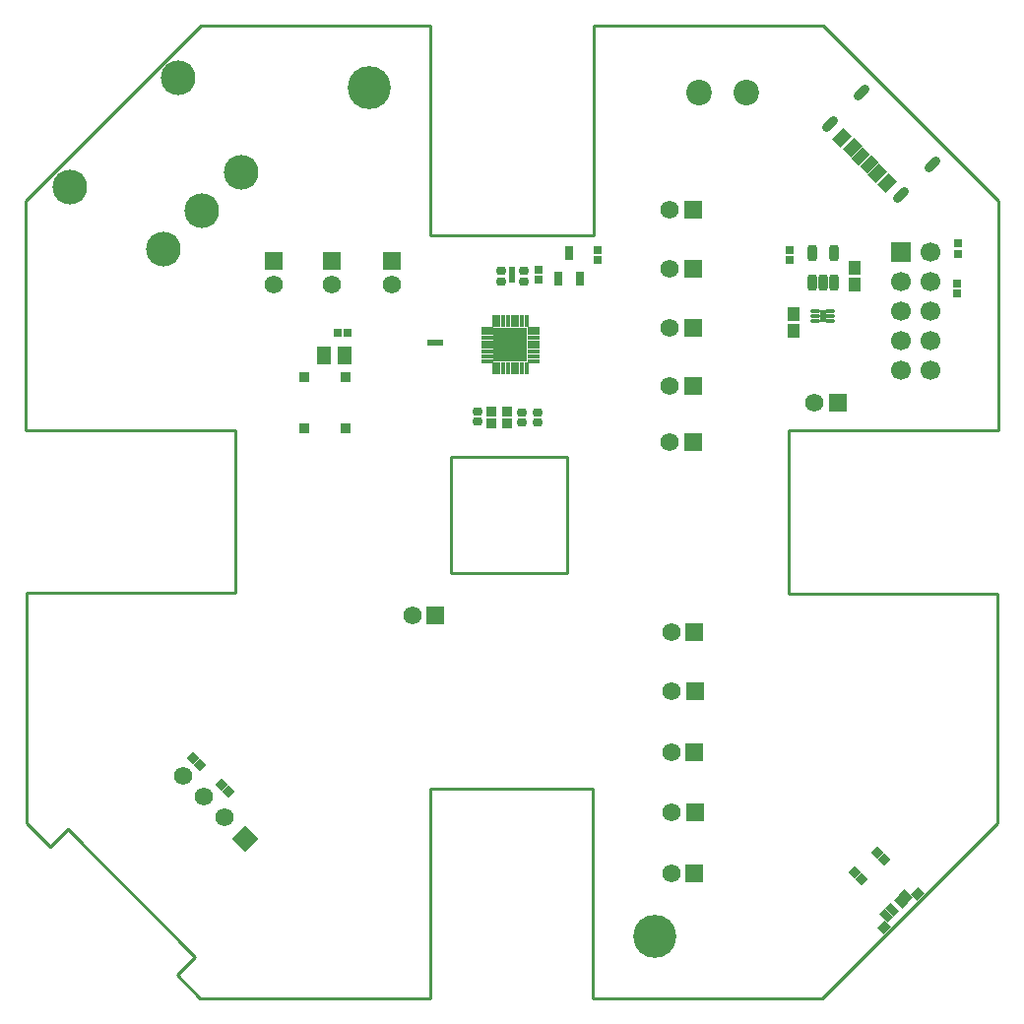
<source format=gts>
G04*
G04 #@! TF.GenerationSoftware,Altium Limited,Altium Designer,21.8.1 (53)*
G04*
G04 Layer_Color=8388736*
%FSLAX42Y42*%
%MOMM*%
G71*
G04*
G04 #@! TF.SameCoordinates,4C7B3126-2604-42B9-8956-4212446E7276*
G04*
G04*
G04 #@! TF.FilePolarity,Negative*
G04*
G01*
G75*
%ADD14C,0.25*%
%ADD39R,0.90X0.90*%
%ADD40R,1.13X1.21*%
%ADD41R,0.80X0.74*%
%ADD42R,0.50X1.14*%
G04:AMPARAMS|DCode=43|XSize=0.85mm|YSize=0.4mm|CornerRadius=0.13mm|HoleSize=0mm|Usage=FLASHONLY|Rotation=0.000|XOffset=0mm|YOffset=0mm|HoleType=Round|Shape=RoundedRectangle|*
%AMROUNDEDRECTD43*
21,1,0.85,0.15,0,0,0.0*
21,1,0.60,0.40,0,0,0.0*
1,1,0.25,0.30,-0.08*
1,1,0.25,-0.30,-0.08*
1,1,0.25,-0.30,0.08*
1,1,0.25,0.30,0.08*
%
%ADD43ROUNDEDRECTD43*%
G04:AMPARAMS|DCode=44|XSize=1.42mm|YSize=0.8mm|CornerRadius=0.25mm|HoleSize=0mm|Usage=FLASHONLY|Rotation=90.000|XOffset=0mm|YOffset=0mm|HoleType=Round|Shape=RoundedRectangle|*
%AMROUNDEDRECTD44*
21,1,1.42,0.30,0,0,90.0*
21,1,0.92,0.80,0,0,90.0*
1,1,0.50,0.15,0.46*
1,1,0.50,0.15,-0.46*
1,1,0.50,-0.15,-0.46*
1,1,0.50,-0.15,0.46*
%
%ADD44ROUNDEDRECTD44*%
G04:AMPARAMS|DCode=45|XSize=0.9mm|YSize=1.4mm|CornerRadius=0mm|HoleSize=0mm|Usage=FLASHONLY|Rotation=135.000|XOffset=0mm|YOffset=0mm|HoleType=Round|Shape=Rectangle|*
%AMROTATEDRECTD45*
4,1,4,0.82,0.18,-0.18,-0.82,-0.82,-0.18,0.18,0.82,0.82,0.18,0.0*
%
%ADD45ROTATEDRECTD45*%

G04:AMPARAMS|DCode=46|XSize=0.96mm|YSize=1.4mm|CornerRadius=0mm|HoleSize=0mm|Usage=FLASHONLY|Rotation=135.000|XOffset=0mm|YOffset=0mm|HoleType=Round|Shape=Rectangle|*
%AMROTATEDRECTD46*
4,1,4,0.84,0.16,-0.16,-0.84,-0.84,-0.16,0.16,0.84,0.84,0.16,0.0*
%
%ADD46ROTATEDRECTD46*%

G04:AMPARAMS|DCode=47|XSize=1mm|YSize=1.4mm|CornerRadius=0mm|HoleSize=0mm|Usage=FLASHONLY|Rotation=135.000|XOffset=0mm|YOffset=0mm|HoleType=Round|Shape=Rectangle|*
%AMROTATEDRECTD47*
4,1,4,0.85,0.14,-0.14,-0.85,-0.85,-0.14,0.14,0.85,0.85,0.14,0.0*
%
%ADD47ROTATEDRECTD47*%

%ADD48R,1.28X1.62*%
%ADD49R,0.70X0.50*%
%ADD50R,0.74X0.80*%
%ADD51R,0.80X1.25*%
%ADD52R,0.80X0.79*%
%ADD53R,0.95X0.90*%
G04:AMPARAMS|DCode=54|XSize=0.8mm|YSize=0.74mm|CornerRadius=0.24mm|HoleSize=0mm|Usage=FLASHONLY|Rotation=180.000|XOffset=0mm|YOffset=0mm|HoleType=Round|Shape=RoundedRectangle|*
%AMROUNDEDRECTD54*
21,1,0.80,0.25,0,0,180.0*
21,1,0.31,0.74,0,0,180.0*
1,1,0.49,-0.16,0.13*
1,1,0.49,0.16,0.13*
1,1,0.49,0.16,-0.13*
1,1,0.49,-0.16,-0.13*
%
%ADD54ROUNDEDRECTD54*%
%ADD55R,3.00X3.00*%
%ADD56R,0.40X1.00*%
%ADD57R,1.00X0.40*%
G04:AMPARAMS|DCode=58|XSize=0.86mm|YSize=0.83mm|CornerRadius=0mm|HoleSize=0mm|Usage=FLASHONLY|Rotation=45.000|XOffset=0mm|YOffset=0mm|HoleType=Round|Shape=Rectangle|*
%AMROTATEDRECTD58*
4,1,4,-0.01,-0.60,-0.60,-0.01,0.01,0.60,0.60,0.01,-0.01,-0.60,0.0*
%
%ADD58ROTATEDRECTD58*%

G04:AMPARAMS|DCode=59|XSize=0.6mm|YSize=1mm|CornerRadius=0mm|HoleSize=0mm|Usage=FLASHONLY|Rotation=45.000|XOffset=0mm|YOffset=0mm|HoleType=Round|Shape=Rectangle|*
%AMROTATEDRECTD59*
4,1,4,0.14,-0.57,-0.57,0.14,-0.14,0.57,0.57,-0.14,0.14,-0.57,0.0*
%
%ADD59ROTATEDRECTD59*%

G04:AMPARAMS|DCode=60|XSize=0.74mm|YSize=0.8mm|CornerRadius=0mm|HoleSize=0mm|Usage=FLASHONLY|Rotation=315.000|XOffset=0mm|YOffset=0mm|HoleType=Round|Shape=Rectangle|*
%AMROTATEDRECTD60*
4,1,4,-0.55,-0.02,0.02,0.55,0.55,0.02,-0.02,-0.55,-0.55,-0.02,0.0*
%
%ADD60ROTATEDRECTD60*%

%ADD61R,0.50X0.70*%
%ADD62C,3.70*%
%ADD63C,2.98*%
%ADD64R,1.57X1.57*%
%ADD65C,1.57*%
%ADD66C,1.57*%
%ADD67P,2.22X4X360.0*%
%ADD68R,1.57X1.57*%
%ADD69R,1.70X1.70*%
%ADD70C,1.70*%
G04:AMPARAMS|DCode=71|XSize=1.6mm|YSize=0.8mm|CornerRadius=0mm|HoleSize=0mm|Usage=FLASHONLY|Rotation=225.000|XOffset=0mm|YOffset=0mm|HoleType=Round|Shape=Round|*
%AMOVALD71*
21,1,0.80,0.80,0.00,0.00,225.0*
1,1,0.80,0.28,0.28*
1,1,0.80,-0.28,-0.28*
%
%ADD71OVALD71*%

%ADD72C,2.20*%
D14*
X5725Y128D02*
X5727Y126D01*
X3756Y3782D02*
Y4782D01*
Y3782D02*
X4756D01*
Y4782D01*
X3756D02*
X4756D01*
X1401Y324D02*
X1598Y126D01*
X3577D01*
Y1926D01*
X4977D01*
X4977Y126D02*
X4977Y1926D01*
X4977Y126D02*
X6952D01*
X8457Y1632D01*
Y3607D01*
X6657D02*
X8457D01*
X6657D02*
Y5007D01*
X8463D01*
Y6982D01*
X6957Y8487D02*
X8463Y6982D01*
X6957Y8488D02*
X6957Y8487D01*
X4982Y8488D02*
X6957D01*
X4982Y6686D02*
Y8488D01*
X3582Y6686D02*
X4982D01*
X3582D02*
Y8488D01*
X1607D02*
X3582D01*
X101Y6983D02*
X1607Y8488D01*
X101Y5008D02*
Y6983D01*
Y5008D02*
X1906D01*
Y3608D02*
Y5008D01*
X106Y3608D02*
X1906D01*
X106Y1633D02*
Y3608D01*
Y1633D02*
X312Y1427D01*
X460Y1576D01*
X1556Y480D01*
X1401Y324D02*
X1556Y480D01*
D39*
X2499Y5468D02*
D03*
Y5022D02*
D03*
X2849D02*
D03*
Y5468D02*
D03*
D40*
X7225Y6264D02*
D03*
Y6406D02*
D03*
X6706Y5867D02*
D03*
Y6009D02*
D03*
D41*
X6668Y6560D02*
D03*
Y6474D02*
D03*
X8109Y6274D02*
D03*
Y6188D02*
D03*
X8119Y6528D02*
D03*
Y6614D02*
D03*
D42*
X6955Y5992D02*
D03*
D43*
X7017Y6032D02*
D03*
Y5992D02*
D03*
Y5952D02*
D03*
X6892D02*
D03*
Y5992D02*
D03*
Y6032D02*
D03*
D44*
X6860Y6281D02*
D03*
X6955D02*
D03*
X7050D02*
D03*
Y6530D02*
D03*
X6860D02*
D03*
D45*
X7280Y7365D02*
D03*
X7351Y7294D02*
D03*
D46*
X7208Y7437D02*
D03*
X7423Y7222D02*
D03*
D47*
X7121Y7524D02*
D03*
X7510Y7135D02*
D03*
D48*
X2842Y5650D02*
D03*
X2663D02*
D03*
D49*
X3655Y5765D02*
D03*
X3585D02*
D03*
D50*
X2783Y5849D02*
D03*
X2869D02*
D03*
D51*
X4774Y6531D02*
D03*
X4869Y6311D02*
D03*
X4679D02*
D03*
D52*
X5016Y6557D02*
D03*
Y6473D02*
D03*
X4510Y6305D02*
D03*
Y6389D02*
D03*
D53*
X4102Y5071D02*
D03*
X4237D02*
D03*
Y5171D02*
D03*
X4102D02*
D03*
D54*
X3981Y5170D02*
D03*
Y5084D02*
D03*
X4365Y5079D02*
D03*
Y5165D02*
D03*
X4503Y5078D02*
D03*
Y5164D02*
D03*
X4384Y6377D02*
D03*
Y6291D02*
D03*
X4185Y6377D02*
D03*
Y6291D02*
D03*
D55*
X4267Y5745D02*
D03*
D56*
X4127Y5945D02*
D03*
X4167D02*
D03*
X4207D02*
D03*
X4247D02*
D03*
X4287D02*
D03*
X4327D02*
D03*
X4367D02*
D03*
X4407D02*
D03*
Y5545D02*
D03*
X4367D02*
D03*
X4327D02*
D03*
X4287D02*
D03*
X4247D02*
D03*
X4207D02*
D03*
X4167D02*
D03*
X4127D02*
D03*
D57*
X4067Y5605D02*
D03*
Y5645D02*
D03*
Y5685D02*
D03*
Y5725D02*
D03*
Y5765D02*
D03*
Y5805D02*
D03*
Y5845D02*
D03*
Y5885D02*
D03*
X4467D02*
D03*
Y5725D02*
D03*
Y5685D02*
D03*
Y5645D02*
D03*
Y5605D02*
D03*
Y5765D02*
D03*
Y5805D02*
D03*
Y5845D02*
D03*
D58*
X7483Y736D02*
D03*
X7768Y1021D02*
D03*
D59*
X7499Y834D02*
D03*
X7547Y882D02*
D03*
X7622Y957D02*
D03*
X7670Y1005D02*
D03*
D60*
X1784Y1959D02*
D03*
X1845Y1898D02*
D03*
X1596Y2132D02*
D03*
X1536Y2192D02*
D03*
X7483Y1318D02*
D03*
X7422Y1379D02*
D03*
X7290Y1148D02*
D03*
X7229Y1209D02*
D03*
D61*
X4284Y6311D02*
D03*
Y6381D02*
D03*
D62*
X5507Y657D02*
D03*
X3051Y7958D02*
D03*
D63*
X477Y7103D02*
D03*
X1411Y8037D02*
D03*
X1950Y7228D02*
D03*
X1618Y6896D02*
D03*
X1286Y6564D02*
D03*
D64*
X7082Y5243D02*
D03*
X5851Y2240D02*
D03*
Y3274D02*
D03*
X3624Y3416D02*
D03*
X5852Y2769D02*
D03*
X5837Y4907D02*
D03*
X5837Y5387D02*
D03*
X5837Y5890D02*
D03*
X5837Y6396D02*
D03*
Y6905D02*
D03*
X5851Y1199D02*
D03*
X5852Y1727D02*
D03*
D65*
X6882Y5243D02*
D03*
X5651Y2240D02*
D03*
Y3274D02*
D03*
X3424Y3416D02*
D03*
X5652Y2769D02*
D03*
X5637Y4907D02*
D03*
X5637Y5387D02*
D03*
X5637Y5890D02*
D03*
X5637Y6396D02*
D03*
Y6905D02*
D03*
X2736Y6263D02*
D03*
X3247Y6264D02*
D03*
X5651Y1199D02*
D03*
X5652Y1727D02*
D03*
X2229Y6266D02*
D03*
D66*
X1451Y2037D02*
D03*
X1630Y1858D02*
D03*
X1810Y1678D02*
D03*
D67*
X1989Y1498D02*
D03*
D68*
X2736Y6463D02*
D03*
X3247Y6464D02*
D03*
X2229Y6466D02*
D03*
D69*
X7627Y6540D02*
D03*
D70*
X7881D02*
D03*
X7627Y6286D02*
D03*
X7881D02*
D03*
X7627Y6032D02*
D03*
X7881D02*
D03*
X7627Y5778D02*
D03*
X7881D02*
D03*
X7627Y5524D02*
D03*
X7881D02*
D03*
D71*
X7285Y7909D02*
D03*
X7896Y7298D02*
D03*
X7016Y7640D02*
D03*
X7627Y7030D02*
D03*
D72*
X5893Y7910D02*
D03*
X6293D02*
D03*
M02*

</source>
